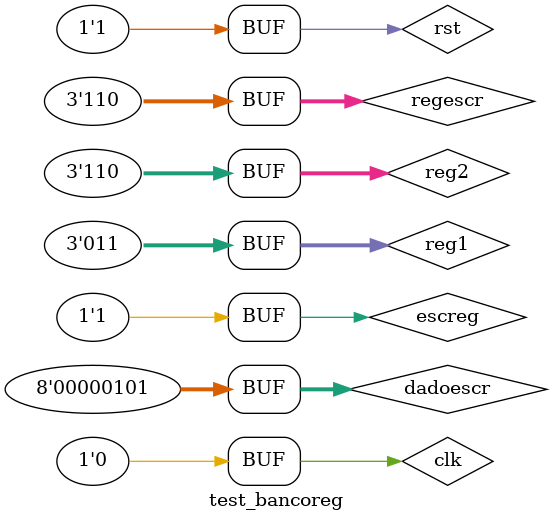
<source format=v>
/*
	CEFET-MG
	Disciplina de Laboratório de Arquitetura e Organização de Computadores
	Data: 10/08/2021
	Aluno: Fernando Veizaga
	Matricula: 20203001902
*/

module banco_regs (Reg1, Reg2, RegEscr, DadoEscr, EscReg, Dado1, Dado2, clock, reset);
	input [2:0] Reg1, Reg2, RegEscr;
	input [7:0] DadoEscr; 
	input EscReg, clock, reset;
	
	output [7:0] Dado1, Dado2; 
	reg [7:0] BR [7:0];
	integer i;
	initial begin
		BR[8'b0] <= 8'b0;
		for(i=0;i<8;i=i+1)
			begin
				BR[i] <= 8'b0;
			end
	end 
	
	assign Dado1 = BR[Reg1];
	assign Dado2 = BR[Reg2];
	
	always @(posedge clock) 
	begin
		if ((EscReg) && (RegEscr != 3'b000))
		begin	
			BR[RegEscr] <= DadoEscr;
		end
			
		if(reset==1'b1)
		begin
			for(i=0;i<8;i=i+1)
			begin
				BR[i] <= 8'b0;
			end
		end
	end
endmodule

module test_bancoreg;
	reg [2:0] reg1, reg2, regescr;
	reg [7:0] dadoescr;
	reg escreg, clk, rst;
	
	wire [7:0] dado1, dado2;
	
	always begin
		clk = 0;
		#1 clk = 1;
		#1 clk = 0;
	end
	
	initial begin
		escreg = 0;
		reg1 = 3;
		reg2 = 6;
		regescr = 3;
		dadoescr = 10;
		rst = 0;
		#2 escreg = 1;
		#2 regescr = 6; 
		dadoescr = 5;
		#2 rst = 1;	
	end
	
	initial begin
 		$monitor("Time=%0d reg1=%b reg2=%b regescr=%b dadoescr=%b escreg=%b clock=%b reset=%b dado1=%b dado2=%b",$time, reg1, reg2, regescr, dadoescr, escreg, clk, rst, dado1, dado2);
 	end
	
	banco_regs mod1(reg1, reg2, regescr, dadoescr, escreg, dado1, dado2, clk, rst);
	
endmodule

</source>
